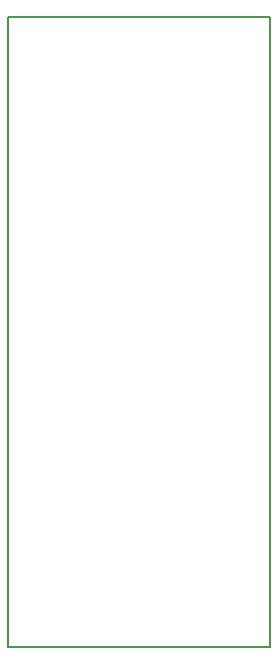
<source format=gm1>
G04 MADE WITH FRITZING*
G04 WWW.FRITZING.ORG*
G04 DOUBLE SIDED*
G04 HOLES PLATED*
G04 CONTOUR ON CENTER OF CONTOUR VECTOR*
%ASAXBY*%
%FSLAX23Y23*%
%MOIN*%
%OFA0B0*%
%SFA1.0B1.0*%
%ADD10R,0.880551X2.106550*%
%ADD11C,0.008000*%
%ADD10C,0.008*%
%LNCONTOUR*%
G90*
G70*
G54D10*
G54D11*
X4Y2103D02*
X877Y2103D01*
X877Y4D01*
X4Y4D01*
X4Y2103D01*
D02*
G04 End of contour*
M02*
</source>
